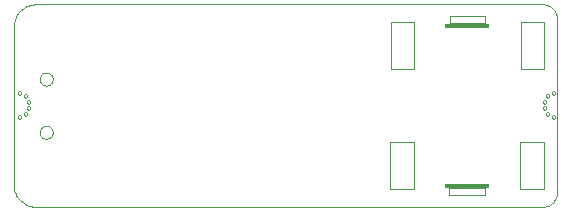
<source format=gbp>
G75*
%MOIN*%
%OFA0B0*%
%FSLAX24Y24*%
%IPPOS*%
%LPD*%
%AMOC8*
5,1,8,0,0,1.08239X$1,22.5*
%
%ADD10C,0.0000*%
%ADD11R,0.1496X0.0157*%
%ADD12C,0.0039*%
D10*
X006773Y003863D02*
X023643Y003863D01*
X023687Y003865D01*
X023730Y003871D01*
X023772Y003880D01*
X023814Y003893D01*
X023854Y003910D01*
X023893Y003930D01*
X023930Y003953D01*
X023964Y003980D01*
X023997Y004009D01*
X024026Y004042D01*
X024053Y004076D01*
X024076Y004113D01*
X024096Y004152D01*
X024113Y004192D01*
X024126Y004234D01*
X024135Y004276D01*
X024141Y004319D01*
X024143Y004363D01*
X024143Y010109D01*
X024141Y010152D01*
X024136Y010196D01*
X024127Y010238D01*
X024114Y010280D01*
X024098Y010320D01*
X024078Y010359D01*
X024055Y010396D01*
X024029Y010431D01*
X024000Y010463D01*
X023968Y010493D01*
X023933Y010520D01*
X023897Y010544D01*
X023858Y010564D01*
X023818Y010581D01*
X023777Y010595D01*
X023734Y010605D01*
X023691Y010611D01*
X023647Y010613D01*
X023648Y010613D02*
X006777Y010613D01*
X006723Y010611D01*
X006670Y010605D01*
X006617Y010596D01*
X006565Y010582D01*
X006514Y010565D01*
X006464Y010545D01*
X006416Y010521D01*
X006369Y010493D01*
X006325Y010463D01*
X006283Y010429D01*
X006244Y010392D01*
X006207Y010353D01*
X006173Y010311D01*
X006143Y010267D01*
X006115Y010220D01*
X006091Y010172D01*
X006071Y010122D01*
X006054Y010071D01*
X006040Y010019D01*
X006031Y009966D01*
X006025Y009913D01*
X006023Y009859D01*
X006023Y004613D01*
X006025Y004559D01*
X006031Y004506D01*
X006040Y004454D01*
X006053Y004402D01*
X006070Y004351D01*
X006091Y004301D01*
X006115Y004254D01*
X006142Y004208D01*
X006173Y004164D01*
X006206Y004122D01*
X006243Y004083D01*
X006282Y004046D01*
X006324Y004013D01*
X006368Y003982D01*
X006414Y003955D01*
X006461Y003931D01*
X006511Y003910D01*
X006562Y003893D01*
X006614Y003880D01*
X006666Y003871D01*
X006719Y003865D01*
X006773Y003863D01*
X006892Y006352D02*
X006894Y006381D01*
X006900Y006409D01*
X006909Y006437D01*
X006922Y006463D01*
X006939Y006486D01*
X006958Y006508D01*
X006980Y006527D01*
X007005Y006542D01*
X007031Y006555D01*
X007059Y006563D01*
X007087Y006568D01*
X007116Y006569D01*
X007145Y006566D01*
X007173Y006559D01*
X007200Y006549D01*
X007226Y006535D01*
X007249Y006518D01*
X007270Y006498D01*
X007288Y006475D01*
X007303Y006450D01*
X007314Y006423D01*
X007322Y006395D01*
X007326Y006366D01*
X007326Y006338D01*
X007322Y006309D01*
X007314Y006281D01*
X007303Y006254D01*
X007288Y006229D01*
X007270Y006206D01*
X007249Y006186D01*
X007226Y006169D01*
X007200Y006155D01*
X007173Y006145D01*
X007145Y006138D01*
X007116Y006135D01*
X007087Y006136D01*
X007059Y006141D01*
X007031Y006149D01*
X007005Y006162D01*
X006980Y006177D01*
X006958Y006196D01*
X006939Y006218D01*
X006922Y006241D01*
X006909Y006267D01*
X006900Y006295D01*
X006894Y006323D01*
X006892Y006352D01*
X006163Y006863D02*
X006165Y006878D01*
X006170Y006892D01*
X006179Y006904D01*
X006191Y006914D01*
X006204Y006920D01*
X006219Y006923D01*
X006234Y006922D01*
X006249Y006917D01*
X006261Y006909D01*
X006272Y006898D01*
X006279Y006885D01*
X006283Y006871D01*
X006283Y006855D01*
X006279Y006841D01*
X006272Y006828D01*
X006261Y006817D01*
X006249Y006809D01*
X006234Y006804D01*
X006219Y006803D01*
X006204Y006806D01*
X006191Y006812D01*
X006179Y006822D01*
X006170Y006834D01*
X006165Y006848D01*
X006163Y006863D01*
X006363Y006963D02*
X006365Y006978D01*
X006370Y006992D01*
X006379Y007004D01*
X006391Y007014D01*
X006404Y007020D01*
X006419Y007023D01*
X006434Y007022D01*
X006449Y007017D01*
X006461Y007009D01*
X006472Y006998D01*
X006479Y006985D01*
X006483Y006971D01*
X006483Y006955D01*
X006479Y006941D01*
X006472Y006928D01*
X006461Y006917D01*
X006449Y006909D01*
X006434Y006904D01*
X006419Y006903D01*
X006404Y006906D01*
X006391Y006912D01*
X006379Y006922D01*
X006370Y006934D01*
X006365Y006948D01*
X006363Y006963D01*
X006463Y007163D02*
X006465Y007178D01*
X006470Y007192D01*
X006479Y007204D01*
X006491Y007214D01*
X006504Y007220D01*
X006519Y007223D01*
X006534Y007222D01*
X006549Y007217D01*
X006561Y007209D01*
X006572Y007198D01*
X006579Y007185D01*
X006583Y007171D01*
X006583Y007155D01*
X006579Y007141D01*
X006572Y007128D01*
X006561Y007117D01*
X006549Y007109D01*
X006534Y007104D01*
X006519Y007103D01*
X006504Y007106D01*
X006491Y007112D01*
X006479Y007122D01*
X006470Y007134D01*
X006465Y007148D01*
X006463Y007163D01*
X006463Y007363D02*
X006465Y007378D01*
X006470Y007392D01*
X006479Y007404D01*
X006491Y007414D01*
X006504Y007420D01*
X006519Y007423D01*
X006534Y007422D01*
X006549Y007417D01*
X006561Y007409D01*
X006572Y007398D01*
X006579Y007385D01*
X006583Y007371D01*
X006583Y007355D01*
X006579Y007341D01*
X006572Y007328D01*
X006561Y007317D01*
X006549Y007309D01*
X006534Y007304D01*
X006519Y007303D01*
X006504Y007306D01*
X006491Y007312D01*
X006479Y007322D01*
X006470Y007334D01*
X006465Y007348D01*
X006463Y007363D01*
X006363Y007563D02*
X006365Y007578D01*
X006370Y007592D01*
X006379Y007604D01*
X006391Y007614D01*
X006404Y007620D01*
X006419Y007623D01*
X006434Y007622D01*
X006449Y007617D01*
X006461Y007609D01*
X006472Y007598D01*
X006479Y007585D01*
X006483Y007571D01*
X006483Y007555D01*
X006479Y007541D01*
X006472Y007528D01*
X006461Y007517D01*
X006449Y007509D01*
X006434Y007504D01*
X006419Y007503D01*
X006404Y007506D01*
X006391Y007512D01*
X006379Y007522D01*
X006370Y007534D01*
X006365Y007548D01*
X006363Y007563D01*
X006163Y007663D02*
X006165Y007678D01*
X006170Y007692D01*
X006179Y007704D01*
X006191Y007714D01*
X006204Y007720D01*
X006219Y007723D01*
X006234Y007722D01*
X006249Y007717D01*
X006261Y007709D01*
X006272Y007698D01*
X006279Y007685D01*
X006283Y007671D01*
X006283Y007655D01*
X006279Y007641D01*
X006272Y007628D01*
X006261Y007617D01*
X006249Y007609D01*
X006234Y007604D01*
X006219Y007603D01*
X006204Y007606D01*
X006191Y007612D01*
X006179Y007622D01*
X006170Y007634D01*
X006165Y007648D01*
X006163Y007663D01*
X006892Y008124D02*
X006894Y008153D01*
X006900Y008181D01*
X006909Y008209D01*
X006922Y008235D01*
X006939Y008258D01*
X006958Y008280D01*
X006980Y008299D01*
X007005Y008314D01*
X007031Y008327D01*
X007059Y008335D01*
X007087Y008340D01*
X007116Y008341D01*
X007145Y008338D01*
X007173Y008331D01*
X007200Y008321D01*
X007226Y008307D01*
X007249Y008290D01*
X007270Y008270D01*
X007288Y008247D01*
X007303Y008222D01*
X007314Y008195D01*
X007322Y008167D01*
X007326Y008138D01*
X007326Y008110D01*
X007322Y008081D01*
X007314Y008053D01*
X007303Y008026D01*
X007288Y008001D01*
X007270Y007978D01*
X007249Y007958D01*
X007226Y007941D01*
X007200Y007927D01*
X007173Y007917D01*
X007145Y007910D01*
X007116Y007907D01*
X007087Y007908D01*
X007059Y007913D01*
X007031Y007921D01*
X007005Y007934D01*
X006980Y007949D01*
X006958Y007968D01*
X006939Y007990D01*
X006922Y008013D01*
X006909Y008039D01*
X006900Y008067D01*
X006894Y008095D01*
X006892Y008124D01*
X023663Y007363D02*
X023665Y007378D01*
X023670Y007392D01*
X023679Y007404D01*
X023691Y007414D01*
X023704Y007420D01*
X023719Y007423D01*
X023734Y007422D01*
X023749Y007417D01*
X023761Y007409D01*
X023772Y007398D01*
X023779Y007385D01*
X023783Y007371D01*
X023783Y007355D01*
X023779Y007341D01*
X023772Y007328D01*
X023761Y007317D01*
X023749Y007309D01*
X023734Y007304D01*
X023719Y007303D01*
X023704Y007306D01*
X023691Y007312D01*
X023679Y007322D01*
X023670Y007334D01*
X023665Y007348D01*
X023663Y007363D01*
X023663Y007163D02*
X023665Y007178D01*
X023670Y007192D01*
X023679Y007204D01*
X023691Y007214D01*
X023704Y007220D01*
X023719Y007223D01*
X023734Y007222D01*
X023749Y007217D01*
X023761Y007209D01*
X023772Y007198D01*
X023779Y007185D01*
X023783Y007171D01*
X023783Y007155D01*
X023779Y007141D01*
X023772Y007128D01*
X023761Y007117D01*
X023749Y007109D01*
X023734Y007104D01*
X023719Y007103D01*
X023704Y007106D01*
X023691Y007112D01*
X023679Y007122D01*
X023670Y007134D01*
X023665Y007148D01*
X023663Y007163D01*
X023763Y006963D02*
X023765Y006978D01*
X023770Y006992D01*
X023779Y007004D01*
X023791Y007014D01*
X023804Y007020D01*
X023819Y007023D01*
X023834Y007022D01*
X023849Y007017D01*
X023861Y007009D01*
X023872Y006998D01*
X023879Y006985D01*
X023883Y006971D01*
X023883Y006955D01*
X023879Y006941D01*
X023872Y006928D01*
X023861Y006917D01*
X023849Y006909D01*
X023834Y006904D01*
X023819Y006903D01*
X023804Y006906D01*
X023791Y006912D01*
X023779Y006922D01*
X023770Y006934D01*
X023765Y006948D01*
X023763Y006963D01*
X023963Y006863D02*
X023965Y006878D01*
X023970Y006892D01*
X023979Y006904D01*
X023991Y006914D01*
X024004Y006920D01*
X024019Y006923D01*
X024034Y006922D01*
X024049Y006917D01*
X024061Y006909D01*
X024072Y006898D01*
X024079Y006885D01*
X024083Y006871D01*
X024083Y006855D01*
X024079Y006841D01*
X024072Y006828D01*
X024061Y006817D01*
X024049Y006809D01*
X024034Y006804D01*
X024019Y006803D01*
X024004Y006806D01*
X023991Y006812D01*
X023979Y006822D01*
X023970Y006834D01*
X023965Y006848D01*
X023963Y006863D01*
X023763Y007563D02*
X023765Y007578D01*
X023770Y007592D01*
X023779Y007604D01*
X023791Y007614D01*
X023804Y007620D01*
X023819Y007623D01*
X023834Y007622D01*
X023849Y007617D01*
X023861Y007609D01*
X023872Y007598D01*
X023879Y007585D01*
X023883Y007571D01*
X023883Y007555D01*
X023879Y007541D01*
X023872Y007528D01*
X023861Y007517D01*
X023849Y007509D01*
X023834Y007504D01*
X023819Y007503D01*
X023804Y007506D01*
X023791Y007512D01*
X023779Y007522D01*
X023770Y007534D01*
X023765Y007548D01*
X023763Y007563D01*
X023963Y007663D02*
X023965Y007678D01*
X023970Y007692D01*
X023979Y007704D01*
X023991Y007714D01*
X024004Y007720D01*
X024019Y007723D01*
X024034Y007722D01*
X024049Y007717D01*
X024061Y007709D01*
X024072Y007698D01*
X024079Y007685D01*
X024083Y007671D01*
X024083Y007655D01*
X024079Y007641D01*
X024072Y007628D01*
X024061Y007617D01*
X024049Y007609D01*
X024034Y007604D01*
X024019Y007603D01*
X024004Y007606D01*
X023991Y007612D01*
X023979Y007622D01*
X023970Y007634D01*
X023965Y007648D01*
X023963Y007663D01*
D11*
X021148Y009907D03*
X021148Y004569D03*
D12*
X021734Y004490D02*
X021734Y004254D01*
X020553Y004254D01*
X020553Y004490D01*
X021734Y004490D01*
X022916Y004450D02*
X023703Y004450D01*
X023703Y006025D01*
X022916Y006025D01*
X022916Y004450D01*
X019372Y004450D02*
X019372Y006025D01*
X018585Y006025D01*
X018585Y004450D01*
X019372Y004450D01*
X019380Y008450D02*
X018593Y008450D01*
X018593Y010025D01*
X019380Y010025D01*
X019380Y008450D01*
X020561Y009986D02*
X021742Y009986D01*
X021742Y010222D01*
X020561Y010222D01*
X020561Y009986D01*
X022923Y010025D02*
X022923Y008450D01*
X023711Y008450D01*
X023711Y010025D01*
X022923Y010025D01*
M02*

</source>
